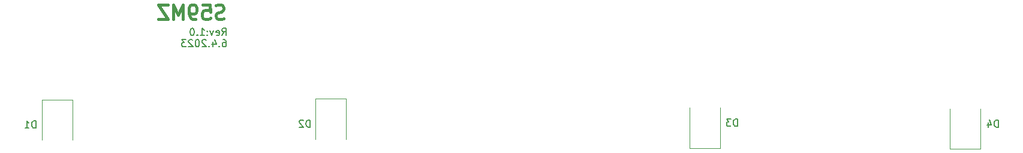
<source format=gbo>
G04 #@! TF.GenerationSoftware,KiCad,Pcbnew,7.0.9-7.0.9~ubuntu20.04.1*
G04 #@! TF.CreationDate,2023-12-17T17:55:53+01:00*
G04 #@! TF.ProjectId,PL_switch,504c5f73-7769-4746-9368-2e6b69636164,1.0*
G04 #@! TF.SameCoordinates,Original*
G04 #@! TF.FileFunction,Legend,Bot*
G04 #@! TF.FilePolarity,Positive*
%FSLAX46Y46*%
G04 Gerber Fmt 4.6, Leading zero omitted, Abs format (unit mm)*
G04 Created by KiCad (PCBNEW 7.0.9-7.0.9~ubuntu20.04.1) date 2023-12-17 17:55:53*
%MOMM*%
%LPD*%
G01*
G04 APERTURE LIST*
%ADD10C,0.400000*%
%ADD11C,0.150000*%
%ADD12C,0.120000*%
%ADD13R,2.500000X2.500000*%
%ADD14O,2.500000X2.500000*%
%ADD15C,5.842000*%
%ADD16R,1.700000X1.700000*%
%ADD17O,1.700000X1.700000*%
%ADD18C,6.000000*%
%ADD19R,2.300000X2.500000*%
G04 APERTURE END LIST*
D10*
X106035890Y-95043200D02*
X105750176Y-95138438D01*
X105750176Y-95138438D02*
X105273985Y-95138438D01*
X105273985Y-95138438D02*
X105083509Y-95043200D01*
X105083509Y-95043200D02*
X104988271Y-94947961D01*
X104988271Y-94947961D02*
X104893033Y-94757485D01*
X104893033Y-94757485D02*
X104893033Y-94567009D01*
X104893033Y-94567009D02*
X104988271Y-94376533D01*
X104988271Y-94376533D02*
X105083509Y-94281295D01*
X105083509Y-94281295D02*
X105273985Y-94186057D01*
X105273985Y-94186057D02*
X105654938Y-94090819D01*
X105654938Y-94090819D02*
X105845414Y-93995580D01*
X105845414Y-93995580D02*
X105940652Y-93900342D01*
X105940652Y-93900342D02*
X106035890Y-93709866D01*
X106035890Y-93709866D02*
X106035890Y-93519390D01*
X106035890Y-93519390D02*
X105940652Y-93328914D01*
X105940652Y-93328914D02*
X105845414Y-93233676D01*
X105845414Y-93233676D02*
X105654938Y-93138438D01*
X105654938Y-93138438D02*
X105178747Y-93138438D01*
X105178747Y-93138438D02*
X104893033Y-93233676D01*
X103083509Y-93138438D02*
X104035890Y-93138438D01*
X104035890Y-93138438D02*
X104131128Y-94090819D01*
X104131128Y-94090819D02*
X104035890Y-93995580D01*
X104035890Y-93995580D02*
X103845414Y-93900342D01*
X103845414Y-93900342D02*
X103369223Y-93900342D01*
X103369223Y-93900342D02*
X103178747Y-93995580D01*
X103178747Y-93995580D02*
X103083509Y-94090819D01*
X103083509Y-94090819D02*
X102988271Y-94281295D01*
X102988271Y-94281295D02*
X102988271Y-94757485D01*
X102988271Y-94757485D02*
X103083509Y-94947961D01*
X103083509Y-94947961D02*
X103178747Y-95043200D01*
X103178747Y-95043200D02*
X103369223Y-95138438D01*
X103369223Y-95138438D02*
X103845414Y-95138438D01*
X103845414Y-95138438D02*
X104035890Y-95043200D01*
X104035890Y-95043200D02*
X104131128Y-94947961D01*
X102035890Y-95138438D02*
X101654938Y-95138438D01*
X101654938Y-95138438D02*
X101464461Y-95043200D01*
X101464461Y-95043200D02*
X101369223Y-94947961D01*
X101369223Y-94947961D02*
X101178747Y-94662247D01*
X101178747Y-94662247D02*
X101083509Y-94281295D01*
X101083509Y-94281295D02*
X101083509Y-93519390D01*
X101083509Y-93519390D02*
X101178747Y-93328914D01*
X101178747Y-93328914D02*
X101273985Y-93233676D01*
X101273985Y-93233676D02*
X101464461Y-93138438D01*
X101464461Y-93138438D02*
X101845414Y-93138438D01*
X101845414Y-93138438D02*
X102035890Y-93233676D01*
X102035890Y-93233676D02*
X102131128Y-93328914D01*
X102131128Y-93328914D02*
X102226366Y-93519390D01*
X102226366Y-93519390D02*
X102226366Y-93995580D01*
X102226366Y-93995580D02*
X102131128Y-94186057D01*
X102131128Y-94186057D02*
X102035890Y-94281295D01*
X102035890Y-94281295D02*
X101845414Y-94376533D01*
X101845414Y-94376533D02*
X101464461Y-94376533D01*
X101464461Y-94376533D02*
X101273985Y-94281295D01*
X101273985Y-94281295D02*
X101178747Y-94186057D01*
X101178747Y-94186057D02*
X101083509Y-93995580D01*
X100226366Y-95138438D02*
X100226366Y-93138438D01*
X100226366Y-93138438D02*
X99559699Y-94567009D01*
X99559699Y-94567009D02*
X98893033Y-93138438D01*
X98893033Y-93138438D02*
X98893033Y-95138438D01*
X98131128Y-93138438D02*
X96797795Y-93138438D01*
X96797795Y-93138438D02*
X98131128Y-95138438D01*
X98131128Y-95138438D02*
X96797795Y-95138438D01*
D11*
X105771792Y-97439819D02*
X106105125Y-96963628D01*
X106343220Y-97439819D02*
X106343220Y-96439819D01*
X106343220Y-96439819D02*
X105962268Y-96439819D01*
X105962268Y-96439819D02*
X105867030Y-96487438D01*
X105867030Y-96487438D02*
X105819411Y-96535057D01*
X105819411Y-96535057D02*
X105771792Y-96630295D01*
X105771792Y-96630295D02*
X105771792Y-96773152D01*
X105771792Y-96773152D02*
X105819411Y-96868390D01*
X105819411Y-96868390D02*
X105867030Y-96916009D01*
X105867030Y-96916009D02*
X105962268Y-96963628D01*
X105962268Y-96963628D02*
X106343220Y-96963628D01*
X104962268Y-97392200D02*
X105057506Y-97439819D01*
X105057506Y-97439819D02*
X105247982Y-97439819D01*
X105247982Y-97439819D02*
X105343220Y-97392200D01*
X105343220Y-97392200D02*
X105390839Y-97296961D01*
X105390839Y-97296961D02*
X105390839Y-96916009D01*
X105390839Y-96916009D02*
X105343220Y-96820771D01*
X105343220Y-96820771D02*
X105247982Y-96773152D01*
X105247982Y-96773152D02*
X105057506Y-96773152D01*
X105057506Y-96773152D02*
X104962268Y-96820771D01*
X104962268Y-96820771D02*
X104914649Y-96916009D01*
X104914649Y-96916009D02*
X104914649Y-97011247D01*
X104914649Y-97011247D02*
X105390839Y-97106485D01*
X104581315Y-96773152D02*
X104343220Y-97439819D01*
X104343220Y-97439819D02*
X104105125Y-96773152D01*
X103724172Y-97344580D02*
X103676553Y-97392200D01*
X103676553Y-97392200D02*
X103724172Y-97439819D01*
X103724172Y-97439819D02*
X103771791Y-97392200D01*
X103771791Y-97392200D02*
X103724172Y-97344580D01*
X103724172Y-97344580D02*
X103724172Y-97439819D01*
X103724172Y-96820771D02*
X103676553Y-96868390D01*
X103676553Y-96868390D02*
X103724172Y-96916009D01*
X103724172Y-96916009D02*
X103771791Y-96868390D01*
X103771791Y-96868390D02*
X103724172Y-96820771D01*
X103724172Y-96820771D02*
X103724172Y-96916009D01*
X102724173Y-97439819D02*
X103295601Y-97439819D01*
X103009887Y-97439819D02*
X103009887Y-96439819D01*
X103009887Y-96439819D02*
X103105125Y-96582676D01*
X103105125Y-96582676D02*
X103200363Y-96677914D01*
X103200363Y-96677914D02*
X103295601Y-96725533D01*
X102295601Y-97344580D02*
X102247982Y-97392200D01*
X102247982Y-97392200D02*
X102295601Y-97439819D01*
X102295601Y-97439819D02*
X102343220Y-97392200D01*
X102343220Y-97392200D02*
X102295601Y-97344580D01*
X102295601Y-97344580D02*
X102295601Y-97439819D01*
X101628935Y-96439819D02*
X101533697Y-96439819D01*
X101533697Y-96439819D02*
X101438459Y-96487438D01*
X101438459Y-96487438D02*
X101390840Y-96535057D01*
X101390840Y-96535057D02*
X101343221Y-96630295D01*
X101343221Y-96630295D02*
X101295602Y-96820771D01*
X101295602Y-96820771D02*
X101295602Y-97058866D01*
X101295602Y-97058866D02*
X101343221Y-97249342D01*
X101343221Y-97249342D02*
X101390840Y-97344580D01*
X101390840Y-97344580D02*
X101438459Y-97392200D01*
X101438459Y-97392200D02*
X101533697Y-97439819D01*
X101533697Y-97439819D02*
X101628935Y-97439819D01*
X101628935Y-97439819D02*
X101724173Y-97392200D01*
X101724173Y-97392200D02*
X101771792Y-97344580D01*
X101771792Y-97344580D02*
X101819411Y-97249342D01*
X101819411Y-97249342D02*
X101867030Y-97058866D01*
X101867030Y-97058866D02*
X101867030Y-96820771D01*
X101867030Y-96820771D02*
X101819411Y-96630295D01*
X101819411Y-96630295D02*
X101771792Y-96535057D01*
X101771792Y-96535057D02*
X101724173Y-96487438D01*
X101724173Y-96487438D02*
X101628935Y-96439819D01*
X105914649Y-98049819D02*
X106105125Y-98049819D01*
X106105125Y-98049819D02*
X106200363Y-98097438D01*
X106200363Y-98097438D02*
X106247982Y-98145057D01*
X106247982Y-98145057D02*
X106343220Y-98287914D01*
X106343220Y-98287914D02*
X106390839Y-98478390D01*
X106390839Y-98478390D02*
X106390839Y-98859342D01*
X106390839Y-98859342D02*
X106343220Y-98954580D01*
X106343220Y-98954580D02*
X106295601Y-99002200D01*
X106295601Y-99002200D02*
X106200363Y-99049819D01*
X106200363Y-99049819D02*
X106009887Y-99049819D01*
X106009887Y-99049819D02*
X105914649Y-99002200D01*
X105914649Y-99002200D02*
X105867030Y-98954580D01*
X105867030Y-98954580D02*
X105819411Y-98859342D01*
X105819411Y-98859342D02*
X105819411Y-98621247D01*
X105819411Y-98621247D02*
X105867030Y-98526009D01*
X105867030Y-98526009D02*
X105914649Y-98478390D01*
X105914649Y-98478390D02*
X106009887Y-98430771D01*
X106009887Y-98430771D02*
X106200363Y-98430771D01*
X106200363Y-98430771D02*
X106295601Y-98478390D01*
X106295601Y-98478390D02*
X106343220Y-98526009D01*
X106343220Y-98526009D02*
X106390839Y-98621247D01*
X105390839Y-98954580D02*
X105343220Y-99002200D01*
X105343220Y-99002200D02*
X105390839Y-99049819D01*
X105390839Y-99049819D02*
X105438458Y-99002200D01*
X105438458Y-99002200D02*
X105390839Y-98954580D01*
X105390839Y-98954580D02*
X105390839Y-99049819D01*
X104486078Y-98383152D02*
X104486078Y-99049819D01*
X104724173Y-98002200D02*
X104962268Y-98716485D01*
X104962268Y-98716485D02*
X104343221Y-98716485D01*
X103962268Y-98954580D02*
X103914649Y-99002200D01*
X103914649Y-99002200D02*
X103962268Y-99049819D01*
X103962268Y-99049819D02*
X104009887Y-99002200D01*
X104009887Y-99002200D02*
X103962268Y-98954580D01*
X103962268Y-98954580D02*
X103962268Y-99049819D01*
X103533697Y-98145057D02*
X103486078Y-98097438D01*
X103486078Y-98097438D02*
X103390840Y-98049819D01*
X103390840Y-98049819D02*
X103152745Y-98049819D01*
X103152745Y-98049819D02*
X103057507Y-98097438D01*
X103057507Y-98097438D02*
X103009888Y-98145057D01*
X103009888Y-98145057D02*
X102962269Y-98240295D01*
X102962269Y-98240295D02*
X102962269Y-98335533D01*
X102962269Y-98335533D02*
X103009888Y-98478390D01*
X103009888Y-98478390D02*
X103581316Y-99049819D01*
X103581316Y-99049819D02*
X102962269Y-99049819D01*
X102343221Y-98049819D02*
X102247983Y-98049819D01*
X102247983Y-98049819D02*
X102152745Y-98097438D01*
X102152745Y-98097438D02*
X102105126Y-98145057D01*
X102105126Y-98145057D02*
X102057507Y-98240295D01*
X102057507Y-98240295D02*
X102009888Y-98430771D01*
X102009888Y-98430771D02*
X102009888Y-98668866D01*
X102009888Y-98668866D02*
X102057507Y-98859342D01*
X102057507Y-98859342D02*
X102105126Y-98954580D01*
X102105126Y-98954580D02*
X102152745Y-99002200D01*
X102152745Y-99002200D02*
X102247983Y-99049819D01*
X102247983Y-99049819D02*
X102343221Y-99049819D01*
X102343221Y-99049819D02*
X102438459Y-99002200D01*
X102438459Y-99002200D02*
X102486078Y-98954580D01*
X102486078Y-98954580D02*
X102533697Y-98859342D01*
X102533697Y-98859342D02*
X102581316Y-98668866D01*
X102581316Y-98668866D02*
X102581316Y-98430771D01*
X102581316Y-98430771D02*
X102533697Y-98240295D01*
X102533697Y-98240295D02*
X102486078Y-98145057D01*
X102486078Y-98145057D02*
X102438459Y-98097438D01*
X102438459Y-98097438D02*
X102343221Y-98049819D01*
X101628935Y-98145057D02*
X101581316Y-98097438D01*
X101581316Y-98097438D02*
X101486078Y-98049819D01*
X101486078Y-98049819D02*
X101247983Y-98049819D01*
X101247983Y-98049819D02*
X101152745Y-98097438D01*
X101152745Y-98097438D02*
X101105126Y-98145057D01*
X101105126Y-98145057D02*
X101057507Y-98240295D01*
X101057507Y-98240295D02*
X101057507Y-98335533D01*
X101057507Y-98335533D02*
X101105126Y-98478390D01*
X101105126Y-98478390D02*
X101676554Y-99049819D01*
X101676554Y-99049819D02*
X101057507Y-99049819D01*
X100724173Y-98049819D02*
X100105126Y-98049819D01*
X100105126Y-98049819D02*
X100438459Y-98430771D01*
X100438459Y-98430771D02*
X100295602Y-98430771D01*
X100295602Y-98430771D02*
X100200364Y-98478390D01*
X100200364Y-98478390D02*
X100152745Y-98526009D01*
X100152745Y-98526009D02*
X100105126Y-98621247D01*
X100105126Y-98621247D02*
X100105126Y-98859342D01*
X100105126Y-98859342D02*
X100152745Y-98954580D01*
X100152745Y-98954580D02*
X100200364Y-99002200D01*
X100200364Y-99002200D02*
X100295602Y-99049819D01*
X100295602Y-99049819D02*
X100581316Y-99049819D01*
X100581316Y-99049819D02*
X100676554Y-99002200D01*
X100676554Y-99002200D02*
X100724173Y-98954580D01*
X178538094Y-110309819D02*
X178538094Y-109309819D01*
X178538094Y-109309819D02*
X178299999Y-109309819D01*
X178299999Y-109309819D02*
X178157142Y-109357438D01*
X178157142Y-109357438D02*
X178061904Y-109452676D01*
X178061904Y-109452676D02*
X178014285Y-109547914D01*
X178014285Y-109547914D02*
X177966666Y-109738390D01*
X177966666Y-109738390D02*
X177966666Y-109881247D01*
X177966666Y-109881247D02*
X178014285Y-110071723D01*
X178014285Y-110071723D02*
X178061904Y-110166961D01*
X178061904Y-110166961D02*
X178157142Y-110262200D01*
X178157142Y-110262200D02*
X178299999Y-110309819D01*
X178299999Y-110309819D02*
X178538094Y-110309819D01*
X177633332Y-109309819D02*
X177014285Y-109309819D01*
X177014285Y-109309819D02*
X177347618Y-109690771D01*
X177347618Y-109690771D02*
X177204761Y-109690771D01*
X177204761Y-109690771D02*
X177109523Y-109738390D01*
X177109523Y-109738390D02*
X177061904Y-109786009D01*
X177061904Y-109786009D02*
X177014285Y-109881247D01*
X177014285Y-109881247D02*
X177014285Y-110119342D01*
X177014285Y-110119342D02*
X177061904Y-110214580D01*
X177061904Y-110214580D02*
X177109523Y-110262200D01*
X177109523Y-110262200D02*
X177204761Y-110309819D01*
X177204761Y-110309819D02*
X177490475Y-110309819D01*
X177490475Y-110309819D02*
X177585713Y-110262200D01*
X177585713Y-110262200D02*
X177633332Y-110214580D01*
X79478094Y-110563819D02*
X79478094Y-109563819D01*
X79478094Y-109563819D02*
X79239999Y-109563819D01*
X79239999Y-109563819D02*
X79097142Y-109611438D01*
X79097142Y-109611438D02*
X79001904Y-109706676D01*
X79001904Y-109706676D02*
X78954285Y-109801914D01*
X78954285Y-109801914D02*
X78906666Y-109992390D01*
X78906666Y-109992390D02*
X78906666Y-110135247D01*
X78906666Y-110135247D02*
X78954285Y-110325723D01*
X78954285Y-110325723D02*
X79001904Y-110420961D01*
X79001904Y-110420961D02*
X79097142Y-110516200D01*
X79097142Y-110516200D02*
X79239999Y-110563819D01*
X79239999Y-110563819D02*
X79478094Y-110563819D01*
X77954285Y-110563819D02*
X78525713Y-110563819D01*
X78239999Y-110563819D02*
X78239999Y-109563819D01*
X78239999Y-109563819D02*
X78335237Y-109706676D01*
X78335237Y-109706676D02*
X78430475Y-109801914D01*
X78430475Y-109801914D02*
X78525713Y-109849533D01*
X215368094Y-110436819D02*
X215368094Y-109436819D01*
X215368094Y-109436819D02*
X215129999Y-109436819D01*
X215129999Y-109436819D02*
X214987142Y-109484438D01*
X214987142Y-109484438D02*
X214891904Y-109579676D01*
X214891904Y-109579676D02*
X214844285Y-109674914D01*
X214844285Y-109674914D02*
X214796666Y-109865390D01*
X214796666Y-109865390D02*
X214796666Y-110008247D01*
X214796666Y-110008247D02*
X214844285Y-110198723D01*
X214844285Y-110198723D02*
X214891904Y-110293961D01*
X214891904Y-110293961D02*
X214987142Y-110389200D01*
X214987142Y-110389200D02*
X215129999Y-110436819D01*
X215129999Y-110436819D02*
X215368094Y-110436819D01*
X213939523Y-109770152D02*
X213939523Y-110436819D01*
X214177618Y-109389200D02*
X214415713Y-110103485D01*
X214415713Y-110103485D02*
X213796666Y-110103485D01*
X118213094Y-110436819D02*
X118213094Y-109436819D01*
X118213094Y-109436819D02*
X117974999Y-109436819D01*
X117974999Y-109436819D02*
X117832142Y-109484438D01*
X117832142Y-109484438D02*
X117736904Y-109579676D01*
X117736904Y-109579676D02*
X117689285Y-109674914D01*
X117689285Y-109674914D02*
X117641666Y-109865390D01*
X117641666Y-109865390D02*
X117641666Y-110008247D01*
X117641666Y-110008247D02*
X117689285Y-110198723D01*
X117689285Y-110198723D02*
X117736904Y-110293961D01*
X117736904Y-110293961D02*
X117832142Y-110389200D01*
X117832142Y-110389200D02*
X117974999Y-110436819D01*
X117974999Y-110436819D02*
X118213094Y-110436819D01*
X117260713Y-109532057D02*
X117213094Y-109484438D01*
X117213094Y-109484438D02*
X117117856Y-109436819D01*
X117117856Y-109436819D02*
X116879761Y-109436819D01*
X116879761Y-109436819D02*
X116784523Y-109484438D01*
X116784523Y-109484438D02*
X116736904Y-109532057D01*
X116736904Y-109532057D02*
X116689285Y-109627295D01*
X116689285Y-109627295D02*
X116689285Y-109722533D01*
X116689285Y-109722533D02*
X116736904Y-109865390D01*
X116736904Y-109865390D02*
X117308332Y-110436819D01*
X117308332Y-110436819D02*
X116689285Y-110436819D01*
D12*
X171840000Y-113405000D02*
X171840000Y-107705000D01*
X176140000Y-113405000D02*
X171840000Y-113405000D01*
X176140000Y-113405000D02*
X176140000Y-107705000D01*
X80400000Y-106559000D02*
X80400000Y-112259000D01*
X80400000Y-106559000D02*
X84700000Y-106559000D01*
X84700000Y-106559000D02*
X84700000Y-112259000D01*
X212843000Y-113532000D02*
X208543000Y-113532000D01*
X212843000Y-113532000D02*
X212843000Y-107832000D01*
X208543000Y-113532000D02*
X208543000Y-107832000D01*
X123308000Y-106432000D02*
X123308000Y-112132000D01*
X119008000Y-106432000D02*
X123308000Y-106432000D01*
X119008000Y-106432000D02*
X119008000Y-112132000D01*
%LPC*%
D13*
X215646000Y-106294500D03*
D14*
X200646000Y-106294500D03*
X195646000Y-106294500D03*
X190646000Y-106294500D03*
X190646000Y-113794500D03*
X195646000Y-113794500D03*
X200646000Y-113794500D03*
X215646000Y-113794500D03*
D15*
X204000000Y-89100000D03*
X194881400Y-98218600D03*
X194881400Y-79981400D03*
X213118600Y-79981400D03*
X213118600Y-98218600D03*
D16*
X105410000Y-111125000D03*
D17*
X102870000Y-111125000D03*
X105410000Y-108585000D03*
X102870000Y-108585000D03*
X105410000Y-106045000D03*
X102870000Y-106045000D03*
X105410000Y-103505000D03*
X102870000Y-103505000D03*
D18*
X100965000Y-84510000D03*
D15*
X128016000Y-89100000D03*
X118897400Y-98218600D03*
X137134600Y-98218600D03*
X118897400Y-79981400D03*
X137134600Y-79981400D03*
X73025000Y-89100000D03*
X82143600Y-79981400D03*
X63906400Y-98218600D03*
X63906400Y-79981400D03*
X82143600Y-98218600D03*
X166700000Y-89100000D03*
X157581400Y-98218600D03*
X175818600Y-98218600D03*
X175818600Y-79981400D03*
X157581400Y-79981400D03*
D13*
X178689000Y-106294500D03*
D14*
X163689000Y-106294500D03*
X158689000Y-106294500D03*
X153689000Y-106294500D03*
X153689000Y-113794500D03*
X158689000Y-113794500D03*
X163689000Y-113794500D03*
X178689000Y-113794500D03*
D13*
X115824000Y-113792000D03*
D14*
X130824000Y-113792000D03*
X135824000Y-113792000D03*
X140824000Y-113792000D03*
X140824000Y-106292000D03*
X135824000Y-106292000D03*
X130824000Y-106292000D03*
X115824000Y-106292000D03*
D13*
X87475500Y-106294500D03*
D14*
X72475500Y-106294500D03*
X67475500Y-106294500D03*
X62475500Y-106294500D03*
X62475500Y-113794500D03*
X67475500Y-113794500D03*
X72475500Y-113794500D03*
X87475500Y-113794500D03*
D19*
X173990000Y-112005000D03*
X173990000Y-107705000D03*
X82550000Y-107959000D03*
X82550000Y-112259000D03*
X210693000Y-112132000D03*
X210693000Y-107832000D03*
X121158000Y-107832000D03*
X121158000Y-112132000D03*
%LPD*%
M02*

</source>
